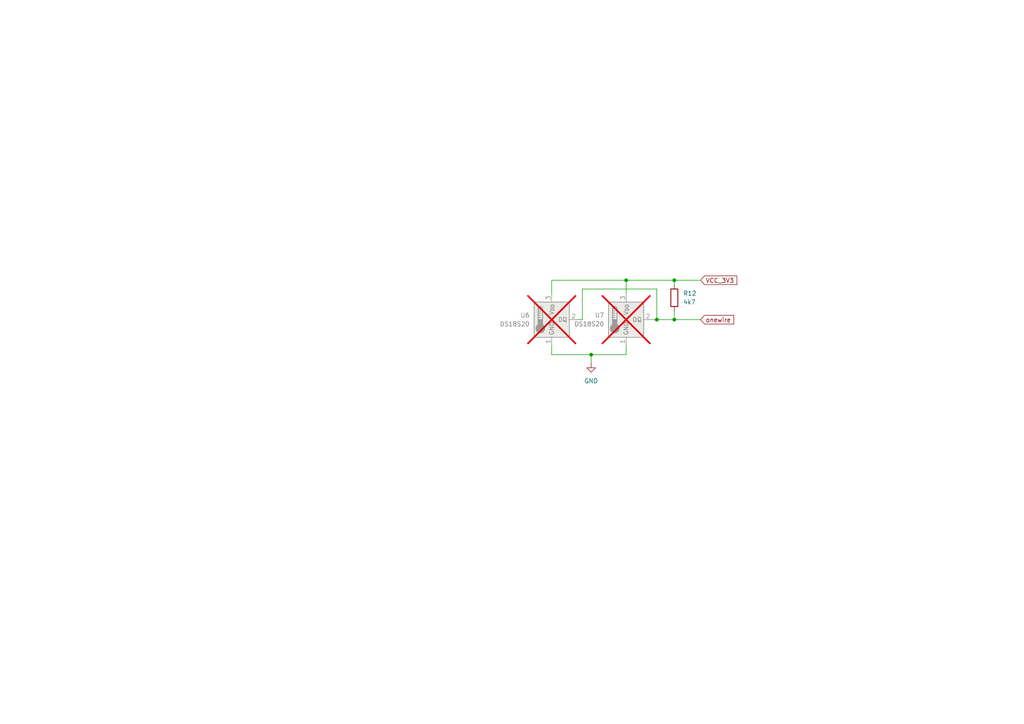
<source format=kicad_sch>
(kicad_sch (version 20231120) (generator "eeschema") (generator_version "8.0")
  (paper "A4")
  (lib_symbols
    (symbol "Device:R" (pin_numbers hide) (pin_names (offset 0))
      (property "Reference" "R" (at 2.032 0 90))
      (property "Value" "R" (at 0 0 90))
      (symbol "R_0_1"
        (rectangle (start -1.016 -2.54) (end 1.016 2.54) (stroke (width 0.254)))
      )
      (symbol "R_1_1"
        (pin passive line (at 0 3.81 270) (length 1.27) (name "~") (number "1"))
        (pin passive line (at 0 -3.81 90) (length 1.27) (name "~") (number "2"))
      )
    )
    (symbol "Sensor_Temperature:DS18S20"
      (property "Reference" "U" (at -3.81 6.35 0))
      (property "Value" "DS18S20" (at 6.35 6.35 0))
      (symbol "DS18S20_0_1"
        (rectangle (start -5.08 5.08) (end 5.08 -5.08) (stroke (width 0.254)) (fill (type background)))
        (circle (center -3.302 -2.54) (radius 1.27) (stroke (width 0.254)) (fill (type outline)))
        (rectangle (start -2.667 -1.905) (end -3.937 0) (stroke (width 0.254)) (fill (type outline)))
        (arc (start -2.667 3.175) (mid -3.302 3.8073) (end -3.937 3.175) (stroke (width 0.254)))
        (polyline (pts (xy -3.937 0.635) (xy -3.302 0.635)) (stroke (width 0.254)))
        (polyline (pts (xy -3.937 1.27) (xy -3.302 1.27)) (stroke (width 0.254)))
        (polyline (pts (xy -3.937 1.905) (xy -3.302 1.905)) (stroke (width 0.254)))
        (polyline (pts (xy -3.937 2.54) (xy -3.302 2.54)) (stroke (width 0.254)))
        (polyline (pts (xy -3.937 3.175) (xy -3.937 0)) (stroke (width 0.254)))
        (polyline (pts (xy -3.937 3.175) (xy -3.302 3.175)) (stroke (width 0.254)))
        (polyline (pts (xy -2.667 3.175) (xy -2.667 0)) (stroke (width 0.254)))
      )
      (symbol "DS18S20_1_1"
        (pin power_in line (at 0 -7.62 90) (length 2.54) (name "GND") (number "1"))
        (pin bidirectional line (at 7.62 0 180) (length 2.54) (name "DQ") (number "2"))
        (pin power_in line (at 0 7.62 270) (length 2.54) (name "V_{DD}") (number "3"))
      )
    )
    (symbol "power:GND" (power) (pin_numbers hide) (pin_names (offset 0) hide)
      (property "Value" "GND" (at 0 -3.81 0))
      (symbol "GND_0_1"
        (polyline (pts (xy 0 0) (xy 0 -1.27) (xy 1.27 -1.27) (xy 0 -2.54) (xy -1.27 -1.27) (xy 0 -1.27)))
      )
      (symbol "GND_1_1"
        (pin power_in line (at 0 0 270) (length 0) (name "~") (number "1"))
      )
    )
  )
  (junction (at 190.5 92.71))
  (junction (at 195.58 92.71))
  (junction (at 181.61 81.28))
  (junction (at 171.45 102.87))
  (junction (at 195.58 81.28))
  (wire (pts (xy 181.61 81.28) (xy 181.61 85.09)))
  (wire (pts (xy 190.5 83.82) (xy 190.5 92.71)))
  (wire (pts (xy 181.61 81.28) (xy 195.58 81.28)))
  (wire (pts (xy 168.91 83.82) (xy 168.91 92.71)))
  (wire (pts (xy 189.23 92.71) (xy 190.5 92.71)))
  (wire (pts (xy 195.58 90.17) (xy 195.58 92.71)))
  (wire (pts (xy 160.02 81.28) (xy 181.61 81.28)))
  (wire (pts (xy 171.45 102.87) (xy 160.02 102.87)))
  (wire (pts (xy 181.61 102.87) (xy 171.45 102.87)))
  (wire (pts (xy 168.91 83.82) (xy 190.5 83.82)))
  (wire (pts (xy 160.02 81.28) (xy 160.02 85.09)))
  (wire (pts (xy 167.64 92.71) (xy 168.91 92.71)))
  (wire (pts (xy 195.58 81.28) (xy 203.2 81.28)))
  (wire (pts (xy 190.5 92.71) (xy 195.58 92.71)))
  (wire (pts (xy 171.45 102.87) (xy 171.45 105.41)))
  (wire (pts (xy 181.61 100.33) (xy 181.61 102.87)))
  (wire (pts (xy 160.02 100.33) (xy 160.02 102.87)))
  (wire (pts (xy 195.58 92.71) (xy 203.2 92.71)))
  (wire (pts (xy 195.58 81.28) (xy 195.58 82.55)))
  (global_label "VCC_3V3" (shape input) (at 203.2 81.28 0) (property "Intersheetrefs" "${INTERSHEET_REFS}" (effects (hide yes))))
  (global_label "onewire" (shape input) (at 203.2 92.71 0) (property "Intersheetrefs" "${INTERSHEET_REFS}" (effects (hide yes))))
  (symbol (lib_id "Device:R") (at 195.58 86.36 180) (unit 1)
    (property "Reference" "R12" (at 198.12 85.0899 0) (effects (justify right)))
    (property "Value" "4k7" (at 198.12 87.6299 0) (effects (justify right)))
    (property "Footprint" "Resistor_SMD:R_0603_1608Metric" (effects (hide yes)))
    (property "Description" "100mW Thick Film Resistors 75V ±100ppm/℃ ±1% 4.7kΩ 0603 Chip Resistor - Surface Mount ROHS" (effects (hide yes)))
    (property "LCSC Part # " "C23162" (effects (hide yes)))
  )
  (symbol (lib_id "Sensor_Temperature:DS18S20") (at 160.02 92.71 0) (unit 1) (in_bom no) (dnp yes)
    (property "Reference" "U6" (at 153.67 91.4399 0) (effects (justify right)))
    (property "Value" "DS18S20" (at 153.67 93.9799 0) (effects (justify right)))
    (property "Footprint" "Package_TO_SOT_THT:TO-92L_HandSolder" (effects (hide yes)))
    (property "Datasheet" "http://datasheets.maximintegrated.com/en/ds/DS18S20.pdf" (effects (hide yes)))
    (property "Description" "High-Precision 1-Wire Digital Thermometer TO-92" (effects (hide yes)))
  )
  (symbol (lib_id "power:GND") (at 171.45 105.41 0) (unit 1)
    (property "Reference" "#PWR028" (effects (hide yes)))
    (property "Value" "GND" (at 171.45 110.49 0))
    (property "Description" "Power symbol creates a global label with name \"GND\" , ground" (effects (hide yes)))
  )
  (symbol (lib_id "Sensor_Temperature:DS18S20") (at 181.61 92.71 0) (unit 1) (in_bom no) (dnp yes)
    (property "Reference" "U7" (at 175.26 91.4399 0) (effects (justify right)))
    (property "Value" "DS18S20" (at 175.26 93.9799 0) (effects (justify right)))
    (property "Footprint" "Package_TO_SOT_THT:TO-92L_HandSolder" (effects (hide yes)))
    (property "Datasheet" "http://datasheets.maximintegrated.com/en/ds/DS18S20.pdf" (effects (hide yes)))
    (property "Description" "High-Precision 1-Wire Digital Thermometer TO-92" (effects (hide yes)))
  )
)
</source>
